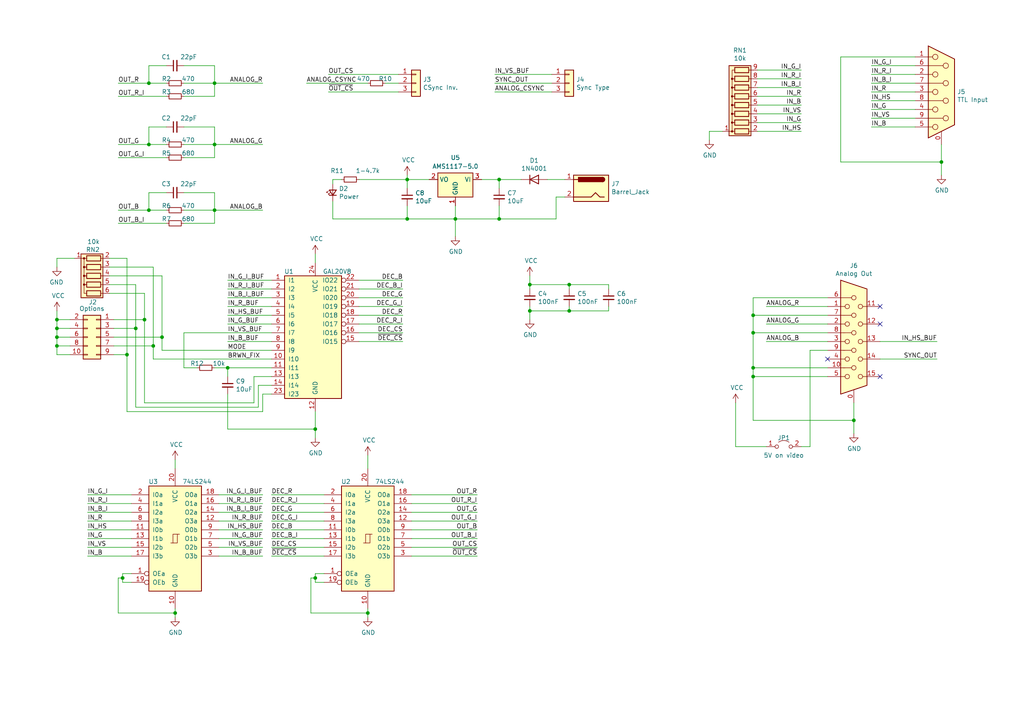
<source format=kicad_sch>
(kicad_sch (version 20231120) (generator "eeschema") (generator_version "8.0")
  (paper "A4")
  (title_block (title "TTL2ANALOG") (rev "1.4"))
  (lib_symbols
    (symbol "74xx:74LS244" (pin_names (offset 1.016))
      (property "Reference" "U" (at -7.62 16.51 0))
      (property "Value" "74LS244" (at -7.62 -16.51 0))
      (symbol "74LS244_1_0"
        (polyline (pts (xy -0.635 -1.27) (xy -0.635 1.27) (xy 0.635 1.27)))
        (polyline (pts (xy -1.27 -1.27) (xy 0.635 -1.27) (xy 0.635 1.27) (xy 1.27 1.27)))
        (pin input inverted (at -12.7 -10.16 0) (length 5.08) (name "OEa") (number "1"))
        (pin power_in line (at 0 -20.32 90) (length 5.08) (name "GND") (number "10"))
        (pin input line (at -12.7 2.54 0) (length 5.08) (name "I0b") (number "11"))
        (pin tri_state line (at 12.7 5.08 180) (length 5.08) (name "O3a") (number "12"))
        (pin input line (at -12.7 0 0) (length 5.08) (name "I1b") (number "13"))
        (pin tri_state line (at 12.7 7.62 180) (length 5.08) (name "O2a") (number "14"))
        (pin input line (at -12.7 -2.54 0) (length 5.08) (name "I2b") (number "15"))
        (pin tri_state line (at 12.7 10.16 180) (length 5.08) (name "O1a") (number "16"))
        (pin input line (at -12.7 -5.08 0) (length 5.08) (name "I3b") (number "17"))
        (pin tri_state line (at 12.7 12.7 180) (length 5.08) (name "O0a") (number "18"))
        (pin input inverted (at -12.7 -12.7 0) (length 5.08) (name "OEb") (number "19"))
        (pin input line (at -12.7 12.7 0) (length 5.08) (name "I0a") (number "2"))
        (pin power_in line (at 0 20.32 270) (length 5.08) (name "VCC") (number "20"))
        (pin tri_state line (at 12.7 -5.08 180) (length 5.08) (name "O3b") (number "3"))
        (pin input line (at -12.7 10.16 0) (length 5.08) (name "I1a") (number "4"))
        (pin tri_state line (at 12.7 -2.54 180) (length 5.08) (name "O2b") (number "5"))
        (pin input line (at -12.7 7.62 0) (length 5.08) (name "I2a") (number "6"))
        (pin tri_state line (at 12.7 0 180) (length 5.08) (name "O1b") (number "7"))
        (pin input line (at -12.7 5.08 0) (length 5.08) (name "I3a") (number "8"))
        (pin tri_state line (at 12.7 2.54 180) (length 5.08) (name "O0b") (number "9"))
      )
      (symbol "74LS244_1_1"
        (rectangle (start -7.62 15.24) (end 7.62 -15.24) (stroke (width 0.254)) (fill (type background)))
      )
    )
    (symbol "Connector:Barrel_Jack" (pin_names (offset 1.016))
      (property "Reference" "J" (at 0 5.334 0))
      (property "Value" "Barrel_Jack" (at 0 -5.08 0))
      (symbol "Barrel_Jack_0_1"
        (rectangle (start -5.08 3.81) (end 5.08 -3.81) (stroke (width 0.254)) (fill (type background)))
        (arc (start -3.302 3.175) (mid -3.9343 2.54) (end -3.302 1.905) (stroke (width 0.254)))
        (arc (start -3.302 3.175) (mid -3.9343 2.54) (end -3.302 1.905) (stroke (width 0.254)) (fill (type outline)))
        (polyline (pts (xy 5.08 2.54) (xy 3.81 2.54)) (stroke (width 0.254)))
        (polyline (pts (xy -3.81 -2.54) (xy -2.54 -2.54) (xy -1.27 -1.27) (xy 0 -2.54) (xy 2.54 -2.54) (xy 5.08 -2.54)) (stroke (width 0.254)))
        (rectangle (start 3.683 3.175) (end -3.302 1.905) (stroke (width 0.254)) (fill (type outline)))
      )
      (symbol "Barrel_Jack_1_1"
        (pin passive line (at 7.62 2.54 180) (length 2.54) (name "~") (number "1"))
        (pin passive line (at 7.62 -2.54 180) (length 2.54) (name "~") (number "2"))
      )
    )
    (symbol "Connector:DE15_Receptacle_HighDensity_MountingHoles" (pin_names (offset 1.016) hide)
      (property "Reference" "J" (at 0 21.59 0))
      (property "Value" "DE15_Receptacle_HighDensity_MountingHoles" (at 0 19.05 0))
      (symbol "DE15_Receptacle_HighDensity_MountingHoles_0_1"
        (circle (center -1.905 -10.16) (radius 0.635))
        (circle (center -1.905 -5.08) (radius 0.635))
        (circle (center -1.905 0) (radius 0.635))
        (circle (center -1.905 5.08) (radius 0.635))
        (circle (center -1.905 10.16) (radius 0.635))
        (circle (center 0 -7.62) (radius 0.635))
        (circle (center 0 -2.54) (radius 0.635))
        (polyline (pts (xy -3.175 7.62) (xy -0.635 7.62)))
        (polyline (pts (xy -0.635 -7.62) (xy -3.175 -7.62)))
        (polyline (pts (xy -0.635 -2.54) (xy -3.175 -2.54)))
        (polyline (pts (xy -0.635 2.54) (xy -3.175 2.54)))
        (polyline (pts (xy -0.635 12.7) (xy -3.175 12.7)))
        (polyline (pts (xy -3.81 17.78) (xy -3.81 -15.24) (xy 3.81 -12.7) (xy 3.81 15.24) (xy -3.81 17.78)) (stroke (width 0.254)) (fill (type background)))
        (circle (center 0 2.54) (radius 0.635))
        (circle (center 0 7.62) (radius 0.635))
        (circle (center 0 12.7) (radius 0.635))
        (circle (center 1.905 -10.16) (radius 0.635))
        (circle (center 1.905 -5.08) (radius 0.635))
        (circle (center 1.905 0) (radius 0.635))
        (circle (center 1.905 5.08) (radius 0.635))
        (circle (center 1.905 10.16) (radius 0.635))
      )
      (symbol "DE15_Receptacle_HighDensity_MountingHoles_1_1"
        (pin passive line (at 0 -17.78 90) (length 3.81) (name "~") (number "0"))
        (pin passive line (at -7.62 10.16 0) (length 5.08) (name "~") (number "1"))
        (pin passive line (at -7.62 -7.62 0) (length 5.08) (name "~") (number "10"))
        (pin passive line (at 7.62 10.16 180) (length 5.08) (name "~") (number "11"))
        (pin passive line (at 7.62 5.08 180) (length 5.08) (name "~") (number "12"))
        (pin passive line (at 7.62 0 180) (length 5.08) (name "~") (number "13"))
        (pin passive line (at 7.62 -5.08 180) (length 5.08) (name "~") (number "14"))
        (pin passive line (at 7.62 -10.16 180) (length 5.08) (name "~") (number "15"))
        (pin passive line (at -7.62 5.08 0) (length 5.08) (name "~") (number "2"))
        (pin passive line (at -7.62 0 0) (length 5.08) (name "~") (number "3"))
        (pin passive line (at -7.62 -5.08 0) (length 5.08) (name "~") (number "4"))
        (pin passive line (at -7.62 -10.16 0) (length 5.08) (name "~") (number "5"))
        (pin passive line (at -7.62 12.7 0) (length 5.08) (name "~") (number "6"))
        (pin passive line (at -7.62 7.62 0) (length 5.08) (name "~") (number "7"))
        (pin passive line (at -7.62 2.54 0) (length 5.08) (name "~") (number "8"))
        (pin passive line (at -7.62 -2.54 0) (length 5.08) (name "~") (number "9"))
      )
    )
    (symbol "Connector:DE9_Receptacle_MountingHoles" (pin_names (offset 1.016) hide)
      (property "Reference" "J" (at 0 16.51 0))
      (property "Value" "DE9_Receptacle_MountingHoles" (at 0 14.605 0))
      (symbol "DE9_Receptacle_MountingHoles_0_1"
        (circle (center -1.778 -10.16) (radius 0.762))
        (circle (center -1.778 -5.08) (radius 0.762))
        (circle (center -1.778 0) (radius 0.762))
        (circle (center -1.778 5.08) (radius 0.762))
        (circle (center -1.778 10.16) (radius 0.762))
        (polyline (pts (xy -3.81 -10.16) (xy -2.54 -10.16)))
        (polyline (pts (xy -3.81 -7.62) (xy 0.508 -7.62)))
        (polyline (pts (xy -3.81 -5.08) (xy -2.54 -5.08)))
        (polyline (pts (xy -3.81 -2.54) (xy 0.508 -2.54)))
        (polyline (pts (xy -3.81 0) (xy -2.54 0)))
        (polyline (pts (xy -3.81 2.54) (xy 0.508 2.54)))
        (polyline (pts (xy -3.81 5.08) (xy -2.54 5.08)))
        (polyline (pts (xy -3.81 7.62) (xy 0.508 7.62)))
        (polyline (pts (xy -3.81 10.16) (xy -2.54 10.16)))
        (polyline (pts (xy -3.81 13.335) (xy -3.81 -13.335) (xy 3.81 -9.525) (xy 3.81 9.525) (xy -3.81 13.335)) (stroke (width 0.254)) (fill (type background)))
        (circle (center 1.27 -7.62) (radius 0.762))
        (circle (center 1.27 -2.54) (radius 0.762))
        (circle (center 1.27 2.54) (radius 0.762))
        (circle (center 1.27 7.62) (radius 0.762))
      )
      (symbol "DE9_Receptacle_MountingHoles_1_1"
        (pin passive line (at 0 -15.24 90) (length 3.81) (name "PAD") (number "0"))
        (pin passive line (at -7.62 10.16 0) (length 3.81) (name "1") (number "1"))
        (pin passive line (at -7.62 5.08 0) (length 3.81) (name "2") (number "2"))
        (pin passive line (at -7.62 0 0) (length 3.81) (name "3") (number "3"))
        (pin passive line (at -7.62 -5.08 0) (length 3.81) (name "4") (number "4"))
        (pin passive line (at -7.62 -10.16 0) (length 3.81) (name "5") (number "5"))
        (pin passive line (at -7.62 7.62 0) (length 3.81) (name "6") (number "6"))
        (pin passive line (at -7.62 2.54 0) (length 3.81) (name "7") (number "7"))
        (pin passive line (at -7.62 -2.54 0) (length 3.81) (name "8") (number "8"))
        (pin passive line (at -7.62 -7.62 0) (length 3.81) (name "9") (number "9"))
      )
    )
    (symbol "Connector_Generic:Conn_01x03" (pin_names (offset 1.016) hide)
      (property "Reference" "J" (at 0 5.08 0))
      (property "Value" "Conn_01x03" (at 0 -5.08 0))
      (symbol "Conn_01x03_1_1"
        (rectangle (start -1.27 -2.413) (end 0 -2.667) (stroke (width 0.1524)))
        (rectangle (start -1.27 0.127) (end 0 -0.127) (stroke (width 0.1524)))
        (rectangle (start -1.27 2.667) (end 0 2.413) (stroke (width 0.1524)))
        (rectangle (start -1.27 3.81) (end 1.27 -3.81) (stroke (width 0.254)) (fill (type background)))
        (pin passive line (at -5.08 2.54 0) (length 3.81) (name "Pin_1") (number "1"))
        (pin passive line (at -5.08 0 0) (length 3.81) (name "Pin_2") (number "2"))
        (pin passive line (at -5.08 -2.54 0) (length 3.81) (name "Pin_3") (number "3"))
      )
    )
    (symbol "Connector_Generic:Conn_02x05_Odd_Even" (pin_names (offset 1.016) hide)
      (property "Reference" "J" (at 1.27 7.62 0))
      (property "Value" "Conn_02x05_Odd_Even" (at 1.27 -7.62 0))
      (symbol "Conn_02x05_Odd_Even_1_1"
        (rectangle (start -1.27 -4.953) (end 0 -5.207) (stroke (width 0.1524)))
        (rectangle (start -1.27 -2.413) (end 0 -2.667) (stroke (width 0.1524)))
        (rectangle (start -1.27 0.127) (end 0 -0.127) (stroke (width 0.1524)))
        (rectangle (start -1.27 2.667) (end 0 2.413) (stroke (width 0.1524)))
        (rectangle (start -1.27 5.207) (end 0 4.953) (stroke (width 0.1524)))
        (rectangle (start -1.27 6.35) (end 3.81 -6.35) (stroke (width 0.254)) (fill (type background)))
        (rectangle (start 3.81 -4.953) (end 2.54 -5.207) (stroke (width 0.1524)))
        (rectangle (start 3.81 -2.413) (end 2.54 -2.667) (stroke (width 0.1524)))
        (rectangle (start 3.81 0.127) (end 2.54 -0.127) (stroke (width 0.1524)))
        (rectangle (start 3.81 2.667) (end 2.54 2.413) (stroke (width 0.1524)))
        (rectangle (start 3.81 5.207) (end 2.54 4.953) (stroke (width 0.1524)))
        (pin passive line (at -5.08 5.08 0) (length 3.81) (name "Pin_1") (number "1"))
        (pin passive line (at 7.62 -5.08 180) (length 3.81) (name "Pin_10") (number "10"))
        (pin passive line (at 7.62 5.08 180) (length 3.81) (name "Pin_2") (number "2"))
        (pin passive line (at -5.08 2.54 0) (length 3.81) (name "Pin_3") (number "3"))
        (pin passive line (at 7.62 2.54 180) (length 3.81) (name "Pin_4") (number "4"))
        (pin passive line (at -5.08 0 0) (length 3.81) (name "Pin_5") (number "5"))
        (pin passive line (at 7.62 0 180) (length 3.81) (name "Pin_6") (number "6"))
        (pin passive line (at -5.08 -2.54 0) (length 3.81) (name "Pin_7") (number "7"))
        (pin passive line (at 7.62 -2.54 180) (length 3.81) (name "Pin_8") (number "8"))
        (pin passive line (at -5.08 -5.08 0) (length 3.81) (name "Pin_9") (number "9"))
      )
    )
    (symbol "Device:C_Small" (pin_numbers hide) (pin_names (offset 0.254) hide)
      (property "Reference" "C" (at 0.254 1.778 0))
      (property "Value" "C_Small" (at 0.254 -2.032 0))
      (symbol "C_Small_0_1"
        (polyline (pts (xy -1.524 -0.508) (xy 1.524 -0.508)) (stroke (width 0.3302)))
        (polyline (pts (xy -1.524 0.508) (xy 1.524 0.508)) (stroke (width 0.3048)))
      )
      (symbol "C_Small_1_1"
        (pin passive line (at 0 2.54 270) (length 2.032) (name "~") (number "1"))
        (pin passive line (at 0 -2.54 90) (length 2.032) (name "~") (number "2"))
      )
    )
    (symbol "Device:LED_Small" (pin_numbers hide) (pin_names (offset 0.254) hide)
      (property "Reference" "D" (at -1.27 3.175 0))
      (property "Value" "LED_Small" (at -4.445 -2.54 0))
      (symbol "LED_Small_0_1"
        (polyline (pts (xy -0.762 -1.016) (xy -0.762 1.016)) (stroke (width 0.254)))
        (polyline (pts (xy 1.016 0) (xy -0.762 0)))
        (polyline (pts (xy 0.762 -1.016) (xy -0.762 0) (xy 0.762 1.016) (xy 0.762 -1.016)) (stroke (width 0.254)))
        (polyline (pts (xy 0 0.762) (xy -0.508 1.27) (xy -0.254 1.27) (xy -0.508 1.27) (xy -0.508 1.016)))
        (polyline (pts (xy 0.508 1.27) (xy 0 1.778) (xy 0.254 1.778) (xy 0 1.778) (xy 0 1.524)))
      )
      (symbol "LED_Small_1_1"
        (pin passive line (at -2.54 0 0) (length 1.778) (name "K") (number "1"))
        (pin passive line (at 2.54 0 180) (length 1.778) (name "A") (number "2"))
      )
    )
    (symbol "Device:R_Network05" (pin_names (offset 0) hide)
      (property "Reference" "RN" (at -7.62 0 90))
      (property "Value" "R_Network05" (at 7.62 0 90))
      (symbol "R_Network05_0_1"
        (rectangle (start -6.35 -3.175) (end 6.35 3.175) (stroke (width 0.254)) (fill (type background)))
        (rectangle (start -5.842 1.524) (end -4.318 -2.54) (stroke (width 0.254)))
        (circle (center -5.08 2.286) (radius 0.254) (fill (type outline)))
        (rectangle (start -3.302 1.524) (end -1.778 -2.54) (stroke (width 0.254)))
        (circle (center -2.54 2.286) (radius 0.254) (fill (type outline)))
        (rectangle (start -0.762 1.524) (end 0.762 -2.54) (stroke (width 0.254)))
        (polyline (pts (xy -5.08 -2.54) (xy -5.08 -3.81)))
        (polyline (pts (xy -2.54 -2.54) (xy -2.54 -3.81)))
        (polyline (pts (xy 0 -2.54) (xy 0 -3.81)))
        (polyline (pts (xy 2.54 -2.54) (xy 2.54 -3.81)))
        (polyline (pts (xy 5.08 -2.54) (xy 5.08 -3.81)))
        (polyline (pts (xy -5.08 1.524) (xy -5.08 2.286) (xy -2.54 2.286) (xy -2.54 1.524)))
        (polyline (pts (xy -2.54 1.524) (xy -2.54 2.286) (xy 0 2.286) (xy 0 1.524)))
        (polyline (pts (xy 0 1.524) (xy 0 2.286) (xy 2.54 2.286) (xy 2.54 1.524)))
        (polyline (pts (xy 2.54 1.524) (xy 2.54 2.286) (xy 5.08 2.286) (xy 5.08 1.524)))
        (circle (center 0 2.286) (radius 0.254) (fill (type outline)))
        (rectangle (start 1.778 1.524) (end 3.302 -2.54) (stroke (width 0.254)))
        (circle (center 2.54 2.286) (radius 0.254) (fill (type outline)))
        (rectangle (start 4.318 1.524) (end 5.842 -2.54) (stroke (width 0.254)))
      )
      (symbol "R_Network05_1_1"
        (pin passive line (at -5.08 5.08 270) (length 2.54) (name "common") (number "1"))
        (pin passive line (at -5.08 -5.08 90) (length 1.27) (name "R1") (number "2"))
        (pin passive line (at -2.54 -5.08 90) (length 1.27) (name "R2") (number "3"))
        (pin passive line (at 0 -5.08 90) (length 1.27) (name "R3") (number "4"))
        (pin passive line (at 2.54 -5.08 90) (length 1.27) (name "R4") (number "5"))
        (pin passive line (at 5.08 -5.08 90) (length 1.27) (name "R5") (number "6"))
      )
    )
    (symbol "Device:R_Network08" (pin_names (offset 0) hide)
      (property "Reference" "RN" (at -12.7 0 90))
      (property "Value" "R_Network08" (at 10.16 0 90))
      (symbol "R_Network08_0_1"
        (rectangle (start -11.43 -3.175) (end 8.89 3.175) (stroke (width 0.254)) (fill (type background)))
        (rectangle (start -10.922 1.524) (end -9.398 -2.54) (stroke (width 0.254)))
        (circle (center -10.16 2.286) (radius 0.254) (fill (type outline)))
        (rectangle (start -8.382 1.524) (end -6.858 -2.54) (stroke (width 0.254)))
        (circle (center -7.62 2.286) (radius 0.254) (fill (type outline)))
        (rectangle (start -5.842 1.524) (end -4.318 -2.54) (stroke (width 0.254)))
        (circle (center -5.08 2.286) (radius 0.254) (fill (type outline)))
        (rectangle (start -3.302 1.524) (end -1.778 -2.54) (stroke (width 0.254)))
        (circle (center -2.54 2.286) (radius 0.254) (fill (type outline)))
        (rectangle (start -0.762 1.524) (end 0.762 -2.54) (stroke (width 0.254)))
        (polyline (pts (xy -10.16 -2.54) (xy -10.16 -3.81)))
        (polyline (pts (xy -7.62 -2.54) (xy -7.62 -3.81)))
        (polyline (pts (xy -5.08 -2.54) (xy -5.08 -3.81)))
        (polyline (pts (xy -2.54 -2.54) (xy -2.54 -3.81)))
        (polyline (pts (xy 0 -2.54) (xy 0 -3.81)))
        (polyline (pts (xy 2.54 -2.54) (xy 2.54 -3.81)))
        (polyline (pts (xy 5.08 -2.54) (xy 5.08 -3.81)))
        (polyline (pts (xy 7.62 -2.54) (xy 7.62 -3.81)))
        (polyline (pts (xy -10.16 1.524) (xy -10.16 2.286) (xy -7.62 2.286) (xy -7.62 1.524)))
        (polyline (pts (xy -7.62 1.524) (xy -7.62 2.286) (xy -5.08 2.286) (xy -5.08 1.524)))
        (polyline (pts (xy -5.08 1.524) (xy -5.08 2.286) (xy -2.54 2.286) (xy -2.54 1.524)))
        (polyline (pts (xy -2.54 1.524) (xy -2.54 2.286) (xy 0 2.286) (xy 0 1.524)))
        (polyline (pts (xy 0 1.524) (xy 0 2.286) (xy 2.54 2.286) (xy 2.54 1.524)))
        (polyline (pts (xy 2.54 1.524) (xy 2.54 2.286) (xy 5.08 2.286) (xy 5.08 1.524)))
        (polyline (pts (xy 5.08 1.524) (xy 5.08 2.286) (xy 7.62 2.286) (xy 7.62 1.524)))
        (circle (center 0 2.286) (radius 0.254) (fill (type outline)))
        (rectangle (start 1.778 1.524) (end 3.302 -2.54) (stroke (width 0.254)))
        (circle (center 2.54 2.286) (radius 0.254) (fill (type outline)))
        (rectangle (start 4.318 1.524) (end 5.842 -2.54) (stroke (width 0.254)))
        (circle (center 5.08 2.286) (radius 0.254) (fill (type outline)))
        (rectangle (start 6.858 1.524) (end 8.382 -2.54) (stroke (width 0.254)))
      )
      (symbol "R_Network08_1_1"
        (pin passive line (at -10.16 5.08 270) (length 2.54) (name "common") (number "1"))
        (pin passive line (at -10.16 -5.08 90) (length 1.27) (name "R1") (number "2"))
        (pin passive line (at -7.62 -5.08 90) (length 1.27) (name "R2") (number "3"))
        (pin passive line (at -5.08 -5.08 90) (length 1.27) (name "R3") (number "4"))
        (pin passive line (at -2.54 -5.08 90) (length 1.27) (name "R4") (number "5"))
        (pin passive line (at 0 -5.08 90) (length 1.27) (name "R5") (number "6"))
        (pin passive line (at 2.54 -5.08 90) (length 1.27) (name "R6") (number "7"))
        (pin passive line (at 5.08 -5.08 90) (length 1.27) (name "R7") (number "8"))
        (pin passive line (at 7.62 -5.08 90) (length 1.27) (name "R8") (number "9"))
      )
    )
    (symbol "Device:R_Small" (pin_numbers hide) (pin_names (offset 0.254) hide)
      (property "Reference" "R" (at 0.762 0.508 0))
      (property "Value" "R_Small" (at 0.762 -1.016 0))
      (symbol "R_Small_0_1"
        (rectangle (start -0.762 1.778) (end 0.762 -1.778) (stroke (width 0.2032)))
      )
      (symbol "R_Small_1_1"
        (pin passive line (at 0 2.54 270) (length 0.762) (name "~") (number "1"))
        (pin passive line (at 0 -2.54 90) (length 0.762) (name "~") (number "2"))
      )
    )
    (symbol "Diode:1N4001" (pin_numbers hide) (pin_names hide)
      (property "Reference" "D" (at 0 2.54 0))
      (property "Value" "1N4001" (at 0 -2.54 0))
      (symbol "1N4001_0_1"
        (polyline (pts (xy -1.27 1.27) (xy -1.27 -1.27)) (stroke (width 0.254)))
        (polyline (pts (xy 1.27 0) (xy -1.27 0)))
        (polyline (pts (xy 1.27 1.27) (xy 1.27 -1.27) (xy -1.27 0) (xy 1.27 1.27)) (stroke (width 0.254)))
      )
      (symbol "1N4001_1_1"
        (pin passive line (at -3.81 0 0) (length 2.54) (name "K") (number "1"))
        (pin passive line (at 3.81 0 180) (length 2.54) (name "A") (number "2"))
      )
    )
    (symbol "Jumper:Jumper_2_Open" (pin_names (offset 0) hide)
      (property "Reference" "JP" (at 0 2.794 0))
      (property "Value" "Jumper_2_Open" (at 0 -2.286 0))
      (symbol "Jumper_2_Open_0_0"
        (circle (center -2.032 0) (radius 0.508))
        (circle (center 2.032 0) (radius 0.508))
      )
      (symbol "Jumper_2_Open_0_1"
        (arc (start 1.524 1.27) (mid 0 1.778) (end -1.524 1.27))
      )
      (symbol "Jumper_2_Open_1_1"
        (pin passive line (at -5.08 0 0) (length 2.54) (name "A") (number "1"))
        (pin passive line (at 5.08 0 180) (length 2.54) (name "B") (number "2"))
      )
    )
    (symbol "Logic_Programmable:PAL20L8" (pin_names (offset 1.016))
      (property "Reference" "U" (at -8.89 21.59 0))
      (property "Value" "PAL20L8" (at 1.27 21.59 0))
      (symbol "PAL20L8_0_0"
        (pin power_in line (at 0 -20.32 90) (length 3.81) (name "GND") (number "12"))
        (pin power_in line (at 0 22.86 270) (length 3.81) (name "VCC") (number "24"))
      )
      (symbol "PAL20L8_0_1"
        (rectangle (start -8.89 19.05) (end 7.62 -16.51) (stroke (width 0.254)) (fill (type background)))
      )
      (symbol "PAL20L8_1_1"
        (pin input line (at -12.7 17.78 0) (length 3.81) (name "I1") (number "1"))
        (pin input line (at -12.7 -5.08 0) (length 3.81) (name "I10") (number "10"))
        (pin input line (at -12.7 -7.62 0) (length 3.81) (name "I11") (number "11"))
        (pin input line (at -12.7 -10.16 0) (length 3.81) (name "I13") (number "13"))
        (pin input line (at -12.7 -12.7 0) (length 3.81) (name "I14") (number "14"))
        (pin tri_state inverted (at 12.7 0 180) (length 5.08) (name "IO15") (number "15"))
        (pin tri_state inverted (at 12.7 2.54 180) (length 5.08) (name "IO16") (number "16"))
        (pin tri_state inverted (at 12.7 5.08 180) (length 5.08) (name "IO17") (number "17"))
        (pin tri_state inverted (at 12.7 7.62 180) (length 5.08) (name "IO18") (number "18"))
        (pin tri_state inverted (at 12.7 10.16 180) (length 5.08) (name "IO19") (number "19"))
        (pin input line (at -12.7 15.24 0) (length 3.81) (name "I2") (number "2"))
        (pin tri_state inverted (at 12.7 12.7 180) (length 5.08) (name "I020") (number "20"))
        (pin tri_state inverted (at 12.7 15.24 180) (length 5.08) (name "IO21") (number "21"))
        (pin tri_state inverted (at 12.7 17.78 180) (length 5.08) (name "IO22") (number "22"))
        (pin input line (at -12.7 -15.24 0) (length 3.81) (name "I23") (number "23"))
        (pin input line (at -12.7 12.7 0) (length 3.81) (name "I3") (number "3"))
        (pin input line (at -12.7 10.16 0) (length 3.81) (name "I4") (number "4"))
        (pin input line (at -12.7 7.62 0) (length 3.81) (name "I5") (number "5"))
        (pin input line (at -12.7 5.08 0) (length 3.81) (name "I6") (number "6"))
        (pin input line (at -12.7 2.54 0) (length 3.81) (name "I7") (number "7"))
        (pin input line (at -12.7 0 0) (length 3.81) (name "I8") (number "8"))
        (pin input line (at -12.7 -2.54 0) (length 3.81) (name "I9") (number "9"))
      )
    )
    (symbol "Regulator_Linear:AMS1117-5.0"
      (property "Reference" "U" (at -3.81 3.175 0))
      (property "Value" "AMS1117-5.0" (at 0 3.175 0))
      (symbol "AMS1117-5.0_0_1"
        (rectangle (start -5.08 -5.08) (end 5.08 1.905) (stroke (width 0.254)) (fill (type background)))
      )
      (symbol "AMS1117-5.0_1_1"
        (pin power_in line (at 0 -7.62 90) (length 2.54) (name "GND") (number "1"))
        (pin power_out line (at 7.62 0 180) (length 2.54) (name "VO") (number "2"))
        (pin power_in line (at -7.62 0 0) (length 2.54) (name "VI") (number "3"))
      )
    )
    (symbol "power:GND" (power) (pin_names (offset 0))
      (property "Value" "GND" (at 0 -3.81 0))
      (symbol "GND_0_1"
        (polyline (pts (xy 0 0) (xy 0 -1.27) (xy 1.27 -1.27) (xy 0 -2.54) (xy -1.27 -1.27) (xy 0 -1.27)))
      )
      (symbol "GND_1_1"
        (pin power_in line (at 0 0 270) (length 0) hide (name "GND") (number "1"))
      )
    )
    (symbol "power:VCC" (power) (pin_names (offset 0))
      (property "Value" "VCC" (at 0 3.81 0))
      (symbol "VCC_0_1"
        (polyline (pts (xy -0.762 1.27) (xy 0 2.54)))
        (polyline (pts (xy 0 0) (xy 0 2.54)))
        (polyline (pts (xy 0 2.54) (xy 0.762 1.27)))
      )
      (symbol "VCC_1_1"
        (pin power_in line (at 0 0 90) (length 0) hide (name "VCC") (number "1"))
      )
    )
  )
  (junction (at 44.45 100.33))
  (junction (at 118.11 52.07))
  (junction (at 66.04 106.68))
  (junction (at 91.44 124.46))
  (junction (at 35.56 167.64))
  (junction (at 144.78 52.07))
  (junction (at 118.11 63.5))
  (junction (at 43.18 24.13))
  (junction (at 46.99 97.79))
  (junction (at 153.67 90.17))
  (junction (at 62.23 24.13))
  (junction (at 62.23 60.96))
  (junction (at 218.44 109.22))
  (junction (at 16.51 97.79))
  (junction (at 106.68 177.8))
  (junction (at 43.18 60.96))
  (junction (at 273.05 46.99))
  (junction (at 39.37 95.25))
  (junction (at 218.44 96.52))
  (junction (at 91.44 167.64))
  (junction (at 16.51 92.71))
  (junction (at 144.78 63.5))
  (junction (at 218.44 91.44))
  (junction (at 41.91 92.71))
  (junction (at 43.18 41.91))
  (junction (at 218.44 106.68))
  (junction (at 16.51 100.33))
  (junction (at 153.67 82.55))
  (junction (at 165.1 82.55))
  (junction (at 50.8 177.8))
  (junction (at 165.1 90.17))
  (junction (at 247.65 121.92))
  (junction (at 16.51 95.25))
  (junction (at 36.83 102.87))
  (junction (at 62.23 41.91))
  (junction (at 132.08 63.5))
  (no_connect (at 255.27 93.98))
  (no_connect (at 255.27 88.9))
  (no_connect (at 240.03 104.14))
  (no_connect (at 255.27 109.22))
  (wire (pts (xy 153.67 90.17) (xy 153.67 92.71)))
  (wire (pts (xy 144.78 52.07) (xy 139.7 52.07)))
  (wire (pts (xy 240.03 88.9) (xy 222.25 88.9)))
  (wire (pts (xy 78.74 109.22) (xy 73.66 109.22)))
  (wire (pts (xy 38.1 153.67) (xy 25.4 153.67)))
  (wire (pts (xy 273.05 46.99) (xy 273.05 41.91)))
  (wire (pts (xy 124.46 52.07) (xy 118.11 52.07)))
  (wire (pts (xy 50.8 176.53) (xy 50.8 177.8)))
  (wire (pts (xy 91.44 119.38) (xy 91.44 124.46)))
  (wire (pts (xy 53.34 45.72) (xy 62.23 45.72)))
  (wire (pts (xy 91.44 124.46) (xy 91.44 127)))
  (wire (pts (xy 234.95 101.6) (xy 240.03 101.6)))
  (wire (pts (xy 33.02 100.33) (xy 44.45 100.33)))
  (wire (pts (xy 46.99 80.01) (xy 46.99 97.79)))
  (wire (pts (xy 63.5 143.51) (xy 76.2 143.51)))
  (wire (pts (xy 90.17 167.64) (xy 90.17 177.8)))
  (wire (pts (xy 43.18 36.83) (xy 43.18 41.91)))
  (wire (pts (xy 176.53 82.55) (xy 165.1 82.55)))
  (wire (pts (xy 53.34 96.52) (xy 53.34 106.68)))
  (wire (pts (xy 255.27 104.14) (xy 271.78 104.14)))
  (wire (pts (xy 34.29 24.13) (xy 43.18 24.13)))
  (wire (pts (xy 118.11 63.5) (xy 118.11 59.69)))
  (wire (pts (xy 21.59 74.93) (xy 16.51 74.93)))
  (wire (pts (xy 104.14 81.28) (xy 116.84 81.28)))
  (wire (pts (xy 106.68 132.08) (xy 106.68 135.89)))
  (wire (pts (xy 240.03 96.52) (xy 218.44 96.52)))
  (wire (pts (xy 78.74 93.98) (xy 66.04 93.98)))
  (wire (pts (xy 252.73 24.13) (xy 265.43 24.13)))
  (wire (pts (xy 153.67 82.55) (xy 165.1 82.55)))
  (wire (pts (xy 119.38 153.67) (xy 138.43 153.67)))
  (wire (pts (xy 153.67 88.9) (xy 153.67 90.17)))
  (wire (pts (xy 91.44 166.37) (xy 91.44 167.64)))
  (wire (pts (xy 93.98 161.29) (xy 78.74 161.29)))
  (wire (pts (xy 232.41 129.54) (xy 234.95 129.54)))
  (wire (pts (xy 16.51 100.33) (xy 20.32 100.33)))
  (wire (pts (xy 78.74 86.36) (xy 66.04 86.36)))
  (wire (pts (xy 41.91 92.71) (xy 41.91 85.09)))
  (wire (pts (xy 78.74 99.06) (xy 66.04 99.06)))
  (wire (pts (xy 104.14 52.07) (xy 118.11 52.07)))
  (wire (pts (xy 48.26 64.77) (xy 34.29 64.77)))
  (wire (pts (xy 93.98 153.67) (xy 78.74 153.67)))
  (wire (pts (xy 50.8 177.8) (xy 50.8 179.07)))
  (wire (pts (xy 104.14 88.9) (xy 116.84 88.9)))
  (wire (pts (xy 209.55 38.1) (xy 205.74 38.1)))
  (wire (pts (xy 78.74 111.76) (xy 74.93 111.76)))
  (wire (pts (xy 165.1 90.17) (xy 176.53 90.17)))
  (wire (pts (xy 232.41 35.56) (xy 219.71 35.56)))
  (wire (pts (xy 66.04 106.68) (xy 66.04 109.22)))
  (wire (pts (xy 106.68 177.8) (xy 106.68 179.07)))
  (wire (pts (xy 53.34 106.68) (xy 57.15 106.68)))
  (wire (pts (xy 78.74 106.68) (xy 66.04 106.68)))
  (wire (pts (xy 160.02 26.67) (xy 143.51 26.67)))
  (wire (pts (xy 163.83 52.07) (xy 158.75 52.07)))
  (wire (pts (xy 252.73 29.21) (xy 265.43 29.21)))
  (wire (pts (xy 43.18 19.05) (xy 43.18 24.13)))
  (wire (pts (xy 232.41 25.4) (xy 219.71 25.4)))
  (wire (pts (xy 16.51 102.87) (xy 20.32 102.87)))
  (wire (pts (xy 53.34 55.88) (xy 62.23 55.88)))
  (wire (pts (xy 104.14 83.82) (xy 116.84 83.82)))
  (wire (pts (xy 48.26 45.72) (xy 34.29 45.72)))
  (wire (pts (xy 243.84 46.99) (xy 273.05 46.99)))
  (wire (pts (xy 35.56 166.37) (xy 35.56 167.64)))
  (wire (pts (xy 36.83 119.38) (xy 36.83 102.87)))
  (wire (pts (xy 16.51 97.79) (xy 20.32 97.79)))
  (wire (pts (xy 232.41 30.48) (xy 219.71 30.48)))
  (wire (pts (xy 240.03 106.68) (xy 218.44 106.68)))
  (wire (pts (xy 73.66 116.84) (xy 41.91 116.84)))
  (wire (pts (xy 93.98 156.21) (xy 78.74 156.21)))
  (wire (pts (xy 50.8 133.35) (xy 50.8 135.89)))
  (wire (pts (xy 62.23 55.88) (xy 62.23 60.96)))
  (wire (pts (xy 218.44 86.36) (xy 218.44 91.44)))
  (wire (pts (xy 44.45 104.14) (xy 78.74 104.14)))
  (wire (pts (xy 62.23 60.96) (xy 76.2 60.96)))
  (wire (pts (xy 38.1 158.75) (xy 25.4 158.75)))
  (wire (pts (xy 165.1 90.17) (xy 165.1 88.9)))
  (wire (pts (xy 115.57 21.59) (xy 95.25 21.59)))
  (wire (pts (xy 63.5 156.21) (xy 76.2 156.21)))
  (wire (pts (xy 232.41 27.94) (xy 219.71 27.94)))
  (wire (pts (xy 66.04 114.3) (xy 66.04 124.46)))
  (wire (pts (xy 91.44 73.66) (xy 91.44 76.2)))
  (wire (pts (xy 16.51 90.17) (xy 16.51 92.71)))
  (wire (pts (xy 240.03 93.98) (xy 222.25 93.98)))
  (wire (pts (xy 132.08 63.5) (xy 144.78 63.5)))
  (wire (pts (xy 62.23 45.72) (xy 62.23 41.91)))
  (wire (pts (xy 78.74 88.9) (xy 66.04 88.9)))
  (wire (pts (xy 76.2 114.3) (xy 76.2 119.38)))
  (wire (pts (xy 240.03 109.22) (xy 218.44 109.22)))
  (wire (pts (xy 36.83 74.93) (xy 31.75 74.93)))
  (wire (pts (xy 273.05 46.99) (xy 273.05 50.8)))
  (wire (pts (xy 151.13 52.07) (xy 144.78 52.07)))
  (wire (pts (xy 62.23 41.91) (xy 76.2 41.91)))
  (wire (pts (xy 48.26 27.94) (xy 34.29 27.94)))
  (wire (pts (xy 43.18 55.88) (xy 43.18 60.96)))
  (wire (pts (xy 104.14 96.52) (xy 116.84 96.52)))
  (wire (pts (xy 36.83 102.87) (xy 36.83 74.93)))
  (wire (pts (xy 119.38 143.51) (xy 138.43 143.51)))
  (wire (pts (xy 119.38 161.29) (xy 138.43 161.29)))
  (wire (pts (xy 53.34 36.83) (xy 62.23 36.83)))
  (wire (pts (xy 63.5 158.75) (xy 76.2 158.75)))
  (wire (pts (xy 222.25 129.54) (xy 213.36 129.54)))
  (wire (pts (xy 62.23 36.83) (xy 62.23 41.91)))
  (wire (pts (xy 104.14 91.44) (xy 116.84 91.44)))
  (wire (pts (xy 218.44 109.22) (xy 218.44 121.92)))
  (wire (pts (xy 218.44 91.44) (xy 218.44 96.52)))
  (wire (pts (xy 265.43 16.51) (xy 243.84 16.51)))
  (wire (pts (xy 53.34 60.96) (xy 62.23 60.96)))
  (wire (pts (xy 33.02 102.87) (xy 36.83 102.87)))
  (wire (pts (xy 53.34 27.94) (xy 62.23 27.94)))
  (wire (pts (xy 252.73 19.05) (xy 265.43 19.05)))
  (wire (pts (xy 38.1 166.37) (xy 35.56 166.37)))
  (wire (pts (xy 232.41 20.32) (xy 219.71 20.32)))
  (wire (pts (xy 91.44 167.64) (xy 91.44 168.91)))
  (wire (pts (xy 93.98 143.51) (xy 78.74 143.51)))
  (wire (pts (xy 96.52 58.42) (xy 96.52 63.5)))
  (wire (pts (xy 31.75 80.01) (xy 46.99 80.01)))
  (wire (pts (xy 96.52 63.5) (xy 118.11 63.5)))
  (wire (pts (xy 31.75 85.09) (xy 41.91 85.09)))
  (wire (pts (xy 16.51 74.93) (xy 16.51 77.47)))
  (wire (pts (xy 76.2 119.38) (xy 36.83 119.38)))
  (wire (pts (xy 63.5 161.29) (xy 76.2 161.29)))
  (wire (pts (xy 39.37 95.25) (xy 39.37 82.55)))
  (wire (pts (xy 104.14 93.98) (xy 116.84 93.98)))
  (wire (pts (xy 176.53 83.82) (xy 176.53 82.55)))
  (wire (pts (xy 176.53 90.17) (xy 176.53 88.9)))
  (wire (pts (xy 38.1 143.51) (xy 25.4 143.51)))
  (wire (pts (xy 118.11 52.07) (xy 118.11 50.8)))
  (wire (pts (xy 16.51 95.25) (xy 16.51 97.79)))
  (wire (pts (xy 62.23 19.05) (xy 62.23 24.13)))
  (wire (pts (xy 143.51 21.59) (xy 160.02 21.59)))
  (wire (pts (xy 73.66 109.22) (xy 73.66 116.84)))
  (wire (pts (xy 78.74 83.82) (xy 66.04 83.82)))
  (wire (pts (xy 16.51 92.71) (xy 20.32 92.71)))
  (wire (pts (xy 252.73 26.67) (xy 265.43 26.67)))
  (wire (pts (xy 132.08 59.69) (xy 132.08 63.5)))
  (wire (pts (xy 53.34 19.05) (xy 62.23 19.05)))
  (wire (pts (xy 218.44 121.92) (xy 247.65 121.92)))
  (wire (pts (xy 232.41 38.1) (xy 219.71 38.1)))
  (wire (pts (xy 33.02 95.25) (xy 39.37 95.25)))
  (wire (pts (xy 144.78 59.69) (xy 144.78 63.5)))
  (wire (pts (xy 232.41 33.02) (xy 219.71 33.02)))
  (wire (pts (xy 43.18 24.13) (xy 48.26 24.13)))
  (wire (pts (xy 43.18 19.05) (xy 48.26 19.05)))
  (wire (pts (xy 33.02 92.71) (xy 41.91 92.71)))
  (wire (pts (xy 252.73 36.83) (xy 265.43 36.83)))
  (wire (pts (xy 74.93 111.76) (xy 74.93 118.11)))
  (wire (pts (xy 53.34 41.91) (xy 62.23 41.91)))
  (wire (pts (xy 252.73 34.29) (xy 265.43 34.29)))
  (wire (pts (xy 53.34 96.52) (xy 78.74 96.52)))
  (wire (pts (xy 43.18 60.96) (xy 48.26 60.96)))
  (wire (pts (xy 44.45 100.33) (xy 44.45 77.47)))
  (wire (pts (xy 160.02 24.13) (xy 143.51 24.13)))
  (wire (pts (xy 93.98 148.59) (xy 78.74 148.59)))
  (wire (pts (xy 53.34 24.13) (xy 62.23 24.13)))
  (wire (pts (xy 53.34 64.77) (xy 62.23 64.77)))
  (wire (pts (xy 163.83 57.15) (xy 161.29 57.15)))
  (wire (pts (xy 78.74 114.3) (xy 76.2 114.3)))
  (wire (pts (xy 232.41 22.86) (xy 219.71 22.86)))
  (wire (pts (xy 252.73 31.75) (xy 265.43 31.75)))
  (wire (pts (xy 205.74 38.1) (xy 205.74 40.64)))
  (wire (pts (xy 93.98 146.05) (xy 78.74 146.05)))
  (wire (pts (xy 63.5 146.05) (xy 76.2 146.05)))
  (wire (pts (xy 104.14 99.06) (xy 116.84 99.06)))
  (wire (pts (xy 119.38 151.13) (xy 138.43 151.13)))
  (wire (pts (xy 43.18 55.88) (xy 48.26 55.88)))
  (wire (pts (xy 119.38 146.05) (xy 138.43 146.05)))
  (wire (pts (xy 35.56 167.64) (xy 35.56 168.91)))
  (wire (pts (xy 63.5 151.13) (xy 76.2 151.13)))
  (wire (pts (xy 34.29 167.64) (xy 34.29 177.8)))
  (wire (pts (xy 240.03 86.36) (xy 218.44 86.36)))
  (wire (pts (xy 35.56 167.64) (xy 34.29 167.64)))
  (wire (pts (xy 240.03 99.06) (xy 222.25 99.06)))
  (wire (pts (xy 33.02 97.79) (xy 46.99 97.79)))
  (wire (pts (xy 153.67 83.82) (xy 153.67 82.55)))
  (wire (pts (xy 44.45 100.33) (xy 44.45 104.14)))
  (wire (pts (xy 247.65 121.92) (xy 247.65 116.84)))
  (wire (pts (xy 38.1 161.29) (xy 25.4 161.29)))
  (wire (pts (xy 34.29 60.96) (xy 43.18 60.96)))
  (wire (pts (xy 96.52 52.07) (xy 96.52 53.34)))
  (wire (pts (xy 240.03 91.44) (xy 218.44 91.44)))
  (wire (pts (xy 39.37 95.25) (xy 39.37 118.11)))
  (wire (pts (xy 16.51 95.25) (xy 20.32 95.25)))
  (wire (pts (xy 91.44 168.91) (xy 93.98 168.91)))
  (wire (pts (xy 62.23 24.13) (xy 76.2 24.13)))
  (wire (pts (xy 115.57 26.67) (xy 95.25 26.67)))
  (wire (pts (xy 74.93 118.11) (xy 39.37 118.11)))
  (wire (pts (xy 144.78 54.61) (xy 144.78 52.07)))
  (wire (pts (xy 144.78 63.5) (xy 161.29 63.5)))
  (wire (pts (xy 63.5 153.67) (xy 76.2 153.67)))
  (wire (pts (xy 91.44 167.64) (xy 90.17 167.64)))
  (wire (pts (xy 38.1 156.21) (xy 25.4 156.21)))
  (wire (pts (xy 66.04 124.46) (xy 91.44 124.46)))
  (wire (pts (xy 43.18 36.83) (xy 48.26 36.83)))
  (wire (pts (xy 34.29 177.8) (xy 50.8 177.8)))
  (wire (pts (xy 161.29 63.5) (xy 161.29 57.15)))
  (wire (pts (xy 44.45 77.47) (xy 31.75 77.47)))
  (wire (pts (xy 78.74 91.44) (xy 66.04 91.44)))
  (wire (pts (xy 119.38 158.75) (xy 138.43 158.75)))
  (wire (pts (xy 106.68 24.13) (xy 88.9 24.13)))
  (wire (pts (xy 99.06 52.07) (xy 96.52 52.07)))
  (wire (pts (xy 16.51 97.79) (xy 16.51 100.33)))
  (wire (pts (xy 90.17 177.8) (xy 106.68 177.8)))
  (wire (pts (xy 63.5 148.59) (xy 76.2 148.59)))
  (wire (pts (xy 93.98 151.13) (xy 78.74 151.13)))
  (wire (pts (xy 115.57 24.13) (xy 111.76 24.13)))
  (wire (pts (xy 38.1 151.13) (xy 25.4 151.13)))
  (wire (pts (xy 62.23 27.94) (xy 62.23 24.13)))
  (wire (pts (xy 132.08 63.5) (xy 118.11 63.5)))
  (wire (pts (xy 106.68 176.53) (xy 106.68 177.8)))
  (wire (pts (xy 218.44 96.52) (xy 218.44 106.68)))
  (wire (pts (xy 41.91 92.71) (xy 41.91 116.84)))
  (wire (pts (xy 39.37 82.55) (xy 31.75 82.55)))
  (wire (pts (xy 93.98 166.37) (xy 91.44 166.37)))
  (wire (pts (xy 118.11 52.07) (xy 118.11 54.61)))
  (wire (pts (xy 132.08 63.5) (xy 132.08 68.58)))
  (wire (pts (xy 16.51 100.33) (xy 16.51 102.87)))
  (wire (pts (xy 119.38 156.21) (xy 138.43 156.21)))
  (wire (pts (xy 93.98 158.75) (xy 78.74 158.75)))
  (wire (pts (xy 38.1 146.05) (xy 25.4 146.05)))
  (wire (pts (xy 218.44 106.68) (xy 218.44 109.22)))
  (wire (pts (xy 243.84 16.51) (xy 243.84 46.99)))
  (wire (pts (xy 153.67 80.01) (xy 153.67 82.55)))
  (wire (pts (xy 78.74 81.28) (xy 66.04 81.28)))
  (wire (pts (xy 46.99 101.6) (xy 78.74 101.6)))
  (wire (pts (xy 35.56 168.91) (xy 38.1 168.91)))
  (wire (pts (xy 62.23 106.68) (xy 66.04 106.68)))
  (wire (pts (xy 234.95 129.54) (xy 234.95 101.6)))
  (wire (pts (xy 119.38 148.59) (xy 138.43 148.59)))
  (wire (pts (xy 104.14 86.36) (xy 116.84 86.36)))
  (wire (pts (xy 153.67 90.17) (xy 165.1 90.17)))
  (wire (pts (xy 213.36 116.84) (xy 213.36 129.54)))
  (wire (pts (xy 16.51 92.71) (xy 16.51 95.25)))
  (wire (pts (xy 43.18 41.91) (xy 48.26 41.91)))
  (wire (pts (xy 46.99 97.79) (xy 46.99 101.6)))
  (wire (pts (xy 62.23 64.77) (xy 62.23 60.96)))
  (wire (pts (xy 38.1 148.59) (xy 25.4 148.59)))
  (wire (pts (xy 34.29 41.91) (xy 43.18 41.91)))
  (wire (pts (xy 165.1 82.55) (xy 165.1 83.82)))
  (wire (pts (xy 255.27 99.06) (xy 271.78 99.06)))
  (wire (pts (xy 247.65 121.92) (xy 247.65 125.73)))
  (wire (pts (xy 252.73 21.59) (xy 265.43 21.59)))
  (label "IN_R" (at 25.4 151.13 0))
  (label "IN_B_BUF" (at 66.04 99.06 0))
  (label "ANALOG_CSYNC" (at 143.51 26.67 0))
  (label "OUT_CS" (at 95.25 21.59 0))
  (label "IN_G" (at 232.41 35.56 180))
  (label "IN_G_I" (at 232.41 20.32 180))
  (label "IN_R" (at 252.73 26.67 0))
  (label "IN_G_BUF" (at 76.2 156.21 180))
  (label "DEC_G" (at 116.84 86.36 180))
  (label "~{OUT_CS}" (at 95.25 26.67 0))
  (label "IN_B" (at 25.4 161.29 0))
  (label "IN_B" (at 252.73 36.83 0))
  (label "MODE" (at 66.04 101.6 0))
  (label "DEC_R" (at 78.74 143.51 0))
  (label "OUT_R" (at 138.43 143.51 180))
  (label "IN_G_I_BUF" (at 66.04 81.28 0))
  (label "IN_HS_BUF" (at 271.78 99.06 180))
  (label "IN_B_I" (at 232.41 25.4 180))
  (label "ANALOG_B" (at 76.2 60.96 180))
  (label "OUT_B" (at 34.29 60.96 0))
  (label "IN_HS" (at 25.4 153.67 0))
  (label "IN_R_I" (at 25.4 146.05 0))
  (label "OUT_R_I" (at 34.29 27.94 0))
  (label "DEC_B_I" (at 116.84 83.82 180))
  (label "IN_HS_BUF" (at 76.2 153.67 180))
  (label "DEC_R" (at 116.84 91.44 180))
  (label "ANALOG_G" (at 76.2 41.91 180))
  (label "ANALOG_G" (at 222.25 93.98 0))
  (label "DEC_R_I" (at 116.84 93.98 180))
  (label "IN_VS_BUF" (at 143.51 21.59 0))
  (label "ANALOG_R" (at 76.2 24.13 180))
  (label "DEC_G_I" (at 116.84 88.9 180))
  (label "IN_HS" (at 232.41 38.1 180))
  (label "IN_R_BUF" (at 76.2 151.13 180))
  (label "BRWN_FIX" (at 66.04 104.14 0))
  (label "DEC_B" (at 78.74 153.67 0))
  (label "OUT_R_I" (at 138.43 146.05 180))
  (label "ANALOG_R" (at 222.25 88.9 0))
  (label "OUT_R" (at 34.29 24.13 0))
  (label "DEC_CS" (at 78.74 158.75 0))
  (label "IN_G_BUF" (at 66.04 93.98 0))
  (label "DEC_G" (at 78.74 148.59 0))
  (label "IN_HS" (at 252.73 29.21 0))
  (label "IN_G_I_BUF" (at 76.2 143.51 180))
  (label "IN_VS" (at 252.73 34.29 0))
  (label "IN_VS_BUF" (at 66.04 96.52 0))
  (label "~{OUT_CS}" (at 138.43 161.29 180))
  (label "IN_R_I_BUF" (at 66.04 83.82 0))
  (label "OUT_B_I" (at 34.29 64.77 0))
  (label "IN_B_I" (at 25.4 148.59 0))
  (label "OUT_G" (at 138.43 148.59 180))
  (label "IN_VS_BUF" (at 76.2 158.75 180))
  (label "DEC_B" (at 116.84 81.28 180))
  (label "~{DEC_CS}" (at 78.74 161.29 0))
  (label "IN_R" (at 232.41 27.94 180))
  (label "IN_R_I" (at 252.73 21.59 0))
  (label "SYNC_OUT" (at 143.51 24.13 0))
  (label "OUT_G_I" (at 138.43 151.13 180))
  (label "IN_VS" (at 232.41 33.02 180))
  (label "IN_B_I" (at 252.73 24.13 0))
  (label "DEC_R_I" (at 78.74 146.05 0))
  (label "IN_B" (at 232.41 30.48 180))
  (label "IN_B_I_BUF" (at 76.2 148.59 180))
  (label "IN_G" (at 25.4 156.21 0))
  (label "SYNC_OUT" (at 271.78 104.14 180))
  (label "IN_R_BUF" (at 66.04 88.9 0))
  (label "OUT_B" (at 138.43 153.67 180))
  (label "IN_G" (at 252.73 31.75 0))
  (label "IN_R_I" (at 232.41 22.86 180))
  (label "IN_B_I_BUF" (at 66.04 86.36 0))
  (label "ANALOG_B" (at 222.25 99.06 0))
  (label "IN_G_I" (at 25.4 143.51 0))
  (label "IN_HS_BUF" (at 66.04 91.44 0))
  (label "OUT_CS" (at 138.43 158.75 180))
  (label "IN_VS" (at 25.4 158.75 0))
  (label "IN_R_I_BUF" (at 76.2 146.05 180))
  (label "DEC_B_I" (at 78.74 156.21 0))
  (label "OUT_G" (at 34.29 41.91 0))
  (label "IN_G_I" (at 252.73 19.05 0))
  (label "~{DEC_CS}" (at 116.84 99.06 180))
  (label "DEC_G_I" (at 78.74 151.13 0))
  (label "DEC_CS" (at 116.84 96.52 180))
  (label "OUT_B_I" (at 138.43 156.21 180))
  (label "OUT_G_I" (at 34.29 45.72 0))
  (label "ANALOG_CSYNC" (at 88.9 24.13 0))
  (label "IN_B_BUF" (at 76.2 161.29 180))
  (symbol (lib_id "Connector:DE9_Receptacle_MountingHoles") (at 273.05 26.67 0) (unit 1)
    (property "Reference" "J5" (at 277.622 26.6192 0) (effects (justify left)))
    (property "Value" "TTL Input" (at 277.622 28.9306 0) (effects (justify left)))
    (property "Footprint" "Connector_Dsub:DSUB-9_Female_Horizontal_P2.77x2.84mm_EdgePinOffset4.94mm_Housed_MountingHolesOffset7.48mm" (effects (hide yes)))
    (property "Datasheet" " ~" (effects (hide yes)))
  )
  (symbol (lib_id "74xx:74LS244") (at 106.68 156.21 0) (unit 1)
    (property "Reference" "U2" (at 100.33 139.7 0))
    (property "Value" "74LS244" (at 113.03 139.7 0))
    (property "Footprint" "Package_DIP:DIP-20_W7.62mm_Socket" (effects (hide yes)))
    (property "Datasheet" "http://www.ti.com/lit/ds/symlink/sn74ls244.pdf" (effects (hide yes)))
  )
  (symbol (lib_id "power:VCC") (at 106.68 132.08 0) (unit 1)
    (property "Reference" "#PWR0104" (effects (hide yes)))
    (property "Value" "VCC" (at 107.061 127.6858 0))
  )
  (symbol (lib_id "Device:R_Small") (at 50.8 24.13 90) (unit 1)
    (property "Reference" "R2" (at 48.26 22.86 90))
    (property "Value" "470" (at 54.61 22.86 90))
    (property "Footprint" "Resistor_SMD:R_1206_3216Metric_Pad1.30x1.75mm_HandSolder" (effects (hide yes)))
  )
  (symbol (lib_id "Device:R_Small") (at 50.8 27.94 90) (unit 1)
    (property "Reference" "R3" (at 48.26 26.67 90))
    (property "Value" "680" (at 54.61 26.67 90))
    (property "Footprint" "Resistor_SMD:R_1206_3216Metric_Pad1.30x1.75mm_HandSolder" (effects (hide yes)))
  )
  (symbol (lib_id "Device:R_Small") (at 50.8 41.91 90) (unit 1)
    (property "Reference" "R4" (at 48.26 40.64 90))
    (property "Value" "470" (at 54.61 40.64 90))
    (property "Footprint" "Resistor_SMD:R_1206_3216Metric_Pad1.30x1.75mm_HandSolder" (effects (hide yes)))
  )
  (symbol (lib_id "Device:R_Small") (at 50.8 45.72 90) (unit 1)
    (property "Reference" "R5" (at 48.26 44.45 90))
    (property "Value" "680" (at 54.61 44.45 90))
    (property "Footprint" "Resistor_SMD:R_1206_3216Metric_Pad1.30x1.75mm_HandSolder" (effects (hide yes)))
  )
  (symbol (lib_id "Device:R_Small") (at 50.8 60.96 90) (unit 1)
    (property "Reference" "R6" (at 48.26 59.69 90))
    (property "Value" "470" (at 54.61 59.69 90))
    (property "Footprint" "Resistor_SMD:R_1206_3216Metric_Pad1.30x1.75mm_HandSolder" (effects (hide yes)))
  )
  (symbol (lib_id "Device:R_Small") (at 50.8 64.77 90) (unit 1)
    (property "Reference" "R7" (at 48.26 63.5 90))
    (property "Value" "680" (at 54.61 63.5 90))
    (property "Footprint" "Resistor_SMD:R_1206_3216Metric_Pad1.30x1.75mm_HandSolder" (effects (hide yes)))
  )
  (symbol (lib_id "Device:R_Small") (at 109.22 24.13 270) (mirror x) (unit 1)
    (property "Reference" "R10" (at 111.76 22.86 90))
    (property "Value" "470" (at 105.41 22.86 90))
    (property "Footprint" "Resistor_SMD:R_1206_3216Metric_Pad1.30x1.75mm_HandSolder" (effects (hide yes)))
  )
  (symbol (lib_id "power:GND") (at 273.05 50.8 0) (unit 1)
    (property "Reference" "#PWR0110" (effects (hide yes)))
    (property "Value" "GND" (at 273.177 55.1942 0))
  )
  (symbol (lib_id "Device:C_Small") (at 153.67 86.36 0) (unit 1)
    (property "Reference" "C4" (at 156.0068 85.1916 0) (effects (justify left)))
    (property "Value" "100nF" (at 156.0068 87.503 0) (effects (justify left)))
    (property "Footprint" "Capacitor_SMD:C_1206_3216Metric_Pad1.33x1.80mm_HandSolder" (effects (hide yes)))
  )
  (symbol (lib_id "Device:C_Small") (at 165.1 86.36 0) (unit 1)
    (property "Reference" "C5" (at 167.4368 85.1916 0) (effects (justify left)))
    (property "Value" "100nF" (at 167.4368 87.503 0) (effects (justify left)))
    (property "Footprint" "Capacitor_SMD:C_1206_3216Metric_Pad1.33x1.80mm_HandSolder" (effects (hide yes)))
  )
  (symbol (lib_id "power:GND") (at 153.67 92.71 0) (unit 1)
    (property "Reference" "#PWR0114" (effects (hide yes)))
    (property "Value" "GND" (at 153.797 97.1042 0))
  )
  (symbol (lib_id "power:VCC") (at 153.67 80.01 0) (unit 1)
    (property "Reference" "#PWR0115" (effects (hide yes)))
    (property "Value" "VCC" (at 154.051 75.6158 0))
  )
  (symbol (lib_id "Device:LED_Small") (at 96.52 55.88 90) (unit 1)
    (property "Reference" "D2" (at 98.298 54.7116 90) (effects (justify right)))
    (property "Value" "Power" (at 98.298 57.023 90) (effects (justify right)))
    (property "Footprint" "LED_SMD:LED_1206_3216Metric_Pad1.42x1.75mm_HandSolder" (effects (hide yes)))
  )
  (symbol (lib_id "Device:R_Small") (at 101.6 52.07 90) (unit 1)
    (property "Reference" "R11" (at 97.79 49.53 90))
    (property "Value" "1-4.7k" (at 106.68 49.53 90))
    (property "Footprint" "Resistor_SMD:R_1206_3216Metric_Pad1.30x1.75mm_HandSolder" (effects (hide yes)))
  )
  (symbol (lib_id "Connector_Generic:Conn_01x03") (at 120.65 24.13 0) (unit 1)
    (property "Reference" "J3" (at 122.682 23.0632 0) (effects (justify left)))
    (property "Value" "CSync Inv." (at 122.682 25.3746 0) (effects (justify left)))
    (property "Footprint" "Connector_PinHeader_2.54mm:PinHeader_1x03_P2.54mm_Vertical" (effects (hide yes)))
  )
  (symbol (lib_id "Device:C_Small") (at 50.8 19.05 90) (unit 1)
    (property "Reference" "C1" (at 49.53 16.51 90) (effects (justify left)))
    (property "Value" "22pF" (at 57.15 16.51 90) (effects (justify left)))
    (property "Footprint" "Capacitor_SMD:C_1206_3216Metric_Pad1.33x1.80mm_HandSolder" (effects (hide yes)))
  )
  (symbol (lib_id "Device:C_Small") (at 50.8 36.83 90) (unit 1)
    (property "Reference" "C2" (at 49.53 34.29 90) (effects (justify left)))
    (property "Value" "22pF" (at 57.15 34.29 90) (effects (justify left)))
    (property "Footprint" "Capacitor_SMD:C_1206_3216Metric_Pad1.33x1.80mm_HandSolder" (effects (hide yes)))
  )
  (symbol (lib_id "Device:C_Small") (at 50.8 55.88 90) (unit 1)
    (property "Reference" "C3" (at 49.53 53.34 90) (effects (justify left)))
    (property "Value" "22pF" (at 57.15 53.34 90) (effects (justify left)))
    (property "Footprint" "Capacitor_SMD:C_1206_3216Metric_Pad1.33x1.80mm_HandSolder" (effects (hide yes)))
  )
  (symbol (lib_id "Connector:DE15_Receptacle_HighDensity_MountingHoles") (at 247.65 99.06 0) (unit 1)
    (property "Reference" "J6" (at 247.65 77.0382 0))
    (property "Value" "Analog Out" (at 247.65 79.3496 0))
    (property "Footprint" "Connector_Dsub:DSUB-15-HD_Female_Horizontal_P2.29x1.98mm_EdgePinOffset3.03mm_Housed_MountingHolesOffset4.94mm" (effects (hide yes)))
    (property "Datasheet" " ~" (effects (hide yes)))
  )
  (symbol (lib_id "Connector:Barrel_Jack") (at 171.45 54.61 0) (mirror y) (unit 1)
    (property "Reference" "J7" (at 177.292 53.34 0) (effects (justify right)))
    (property "Value" "Barrel_Jack" (at 177.292 55.6514 0) (effects (justify right)))
    (property "Footprint" "Connector_BarrelJack:BarrelJack_Horizontal" (effects (hide yes)))
  )
  (symbol (lib_id "Diode:1N4001") (at 154.94 52.07 0) (unit 1)
    (property "Reference" "D1" (at 154.94 46.5582 0))
    (property "Value" "1N4001" (at 154.94 48.8696 0))
    (property "Footprint" "Diode_THT:D_DO-41_SOD81_P10.16mm_Horizontal" (effects (hide yes)))
    (property "Datasheet" "http://www.vishay.com/docs/88503/1n4001.pdf" (effects (hide yes)))
  )
  (symbol (lib_id "Device:R_Network08") (at 214.63 27.94 90) (unit 1)
    (property "Reference" "RN1" (at 214.63 14.605 90))
    (property "Value" "10k" (at 214.63 16.9164 90))
    (property "Footprint" "Resistor_THT:R_Array_SIP9" (effects (hide yes)))
    (property "Datasheet" "http://www.vishay.com/docs/31509/csc.pdf" (effects (hide yes)))
  )
  (symbol (lib_id "power:GND") (at 132.08 68.58 0) (unit 1)
    (property "Reference" "#PWR0101" (effects (hide yes)))
    (property "Value" "GND" (at 132.207 72.9742 0))
  )
  (symbol (lib_id "power:GND") (at 205.74 40.64 0) (unit 1)
    (property "Reference" "#PWR0119" (effects (hide yes)))
    (property "Value" "GND" (at 205.867 45.0342 0))
  )
  (symbol (lib_id "Logic_Programmable:PAL20L8") (at 91.44 99.06 0) (unit 1)
    (property "Reference" "U1" (at 83.82 78.74 0))
    (property "Value" "GAL20V8" (at 97.79 78.74 0))
    (property "Footprint" "Package_DIP:DIP-24_W7.62mm" (effects (hide yes)))
  )
  (symbol (lib_id "74xx:74LS244") (at 50.8 156.21 0) (unit 1)
    (property "Reference" "U3" (at 44.45 139.7 0))
    (property "Value" "74LS244" (at 57.15 139.7 0))
    (property "Footprint" "Package_DIP:DIP-20_W7.62mm_Socket" (effects (hide yes)))
    (property "Datasheet" "http://www.ti.com/lit/ds/symlink/sn74ls244.pdf" (effects (hide yes)))
  )
  (symbol (lib_id "Device:C_Small") (at 176.53 86.36 0) (unit 1)
    (property "Reference" "C6" (at 178.8668 85.1916 0) (effects (justify left)))
    (property "Value" "100nF" (at 178.8668 87.503 0) (effects (justify left)))
    (property "Footprint" "Capacitor_SMD:C_1206_3216Metric_Pad1.33x1.80mm_HandSolder" (effects (hide yes)))
  )
  (symbol (lib_id "Device:C_Small") (at 118.11 57.15 0) (unit 1)
    (property "Reference" "C8" (at 120.4468 55.9816 0) (effects (justify left)))
    (property "Value" "10uF" (at 120.4468 58.293 0) (effects (justify left)))
    (property "Footprint" "Capacitor_SMD:C_1206_3216Metric_Pad1.33x1.80mm_HandSolder" (effects (hide yes)))
  )
  (symbol (lib_id "Device:C_Small") (at 66.04 111.76 0) (unit 1)
    (property "Reference" "C9" (at 68.3768 110.5916 0) (effects (justify left)))
    (property "Value" "10uF" (at 68.3768 112.903 0) (effects (justify left)))
    (property "Footprint" "Capacitor_SMD:C_1206_3216Metric_Pad1.33x1.80mm_HandSolder" (effects (hide yes)))
  )
  (symbol (lib_id "power:VCC") (at 118.11 50.8 0) (unit 1)
    (property "Reference" "#PWR0102" (effects (hide yes)))
    (property "Value" "VCC" (at 118.491 46.4058 0))
  )
  (symbol (lib_id "Device:R_Small") (at 59.69 106.68 90) (unit 1)
    (property "Reference" "R12" (at 57.15 105.41 90))
    (property "Value" "10k" (at 63.5 105.41 90))
    (property "Footprint" "Resistor_SMD:R_1206_3216Metric_Pad1.30x1.75mm_HandSolder" (effects (hide yes)))
  )
  (symbol (lib_id "power:VCC") (at 91.44 73.66 0) (unit 1)
    (property "Reference" "#PWR0103" (effects (hide yes)))
    (property "Value" "VCC" (at 91.821 69.2658 0))
  )
  (symbol (lib_id "power:GND") (at 91.44 127 0) (unit 1)
    (property "Reference" "#PWR0105" (effects (hide yes)))
    (property "Value" "GND" (at 91.567 131.3942 0))
  )
  (symbol (lib_id "power:VCC") (at 50.8 133.35 0) (unit 1)
    (property "Reference" "#PWR0106" (effects (hide yes)))
    (property "Value" "VCC" (at 51.181 128.9558 0))
  )
  (symbol (lib_id "power:GND") (at 50.8 179.07 0) (unit 1)
    (property "Reference" "#PWR0107" (effects (hide yes)))
    (property "Value" "GND" (at 50.927 183.4642 0))
  )
  (symbol (lib_id "power:GND") (at 106.68 179.07 0) (unit 1)
    (property "Reference" "#PWR0108" (effects (hide yes)))
    (property "Value" "GND" (at 106.807 183.4642 0))
  )
  (symbol (lib_id "power:GND") (at 247.65 125.73 0) (unit 1)
    (property "Reference" "#PWR0112" (effects (hide yes)))
    (property "Value" "GND" (at 247.777 130.1242 0))
  )
  (symbol (lib_id "power:VCC") (at 213.36 116.84 0) (unit 1)
    (property "Reference" "#PWR0120" (effects (hide yes)))
    (property "Value" "VCC" (at 213.741 112.4458 0))
  )
  (symbol (lib_id "Connector_Generic:Conn_01x03") (at 165.1 24.13 0) (unit 1)
    (property "Reference" "J4" (at 167.132 23.0632 0) (effects (justify left)))
    (property "Value" "Sync Type" (at 167.132 25.3746 0) (effects (justify left)))
    (property "Footprint" "Connector_PinHeader_2.54mm:PinHeader_1x03_P2.54mm_Vertical" (effects (hide yes)))
  )
  (symbol (lib_id "Jumper:Jumper_2_Open") (at 227.33 129.54 0) (unit 1)
    (property "Reference" "JP1" (at 227.33 127 0))
    (property "Value" "5V on video" (at 227.33 132.08 0))
    (property "Footprint" "Connector_PinHeader_2.54mm:PinHeader_1x02_P2.54mm_Vertical" (effects (hide yes)))
  )
  (symbol (lib_id "Device:R_Network05") (at 26.67 80.01 90) (mirror x) (unit 1)
    (property "Reference" "RN2" (at 28.956 72.4154 90) (effects (justify left)))
    (property "Value" "10k" (at 28.956 70.104 90) (effects (justify left)))
    (property "Footprint" "Resistor_THT:R_Array_SIP6" (effects (hide yes)))
    (property "Datasheet" "http://www.vishay.com/docs/31509/csc.pdf" (effects (hide yes)))
  )
  (symbol (lib_id "Connector_Generic:Conn_02x05_Odd_Even") (at 27.94 97.79 0) (mirror y) (unit 1)
    (property "Reference" "J2" (at 26.924 87.63 0))
    (property "Value" "Options" (at 26.67 89.5096 0))
    (property "Footprint" "Connector_PinHeader_2.54mm:PinHeader_2x05_P2.54mm_Vertical" (effects (hide yes)))
  )
  (symbol (lib_id "power:GND") (at 16.51 77.47 0) (mirror y) (unit 1)
    (property "Reference" "#PWR0109" (effects (hide yes)))
    (property "Value" "GND" (at 16.383 81.8642 0))
  )
  (symbol (lib_id "power:VCC") (at 16.51 90.17 0) (unit 1)
    (property "Reference" "#PWR0121" (effects (hide yes)))
    (property "Value" "VCC" (at 16.891 85.7758 0))
  )
  (symbol (lib_id "Regulator_Linear:AMS1117-5.0") (at 132.08 52.07 0) (mirror y) (unit 1)
    (property "Reference" "U5" (at 132.08 45.72 0))
    (property "Value" "AMS1117-5.0" (at 132.08 48.26 0))
    (property "Footprint" "Package_TO_SOT_SMD:SOT-223-3_TabPin2" (effects (hide yes)))
    (property "Datasheet" "http://www.advanced-monolithic.com/pdf/ds1117.pdf" (effects (hide yes)))
    (property "Description" "1A Low Dropout regulator, positive, 5.0V fixed output, SOT-223" (effects (hide yes)))
  )
  (symbol (lib_id "Device:C_Small") (at 144.78 57.15 0) (unit 1)
    (property "Reference" "C7" (at 147.1168 55.9816 0) (effects (justify left)))
    (property "Value" "10uF" (at 147.1168 58.293 0) (effects (justify left)))
    (property "Footprint" "Capacitor_SMD:C_1206_3216Metric_Pad1.33x1.80mm_HandSolder" (effects (hide yes)))
  )
)
</source>
